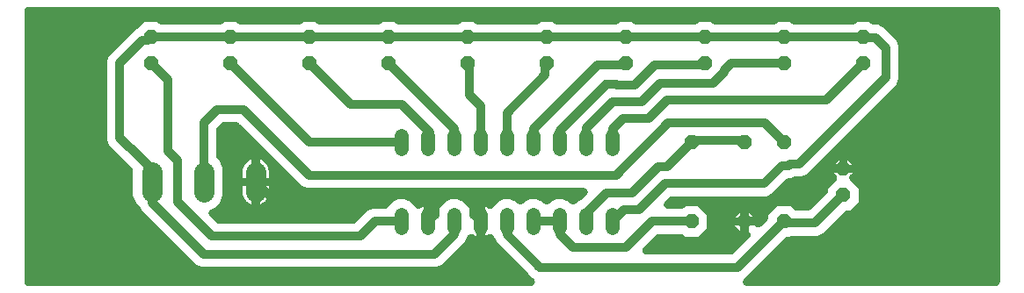
<source format=gbr>
G04 EAGLE Gerber X2 export*
%TF.Part,Single*%
%TF.FileFunction,Copper,L2,Bot,Mixed*%
%TF.FilePolarity,Positive*%
%TF.GenerationSoftware,Autodesk,EAGLE,9.0.0*%
%TF.CreationDate,2019-10-07T20:04:45Z*%
G75*
%MOMM*%
%FSLAX34Y34*%
%LPD*%
%AMOC8*
5,1,8,0,0,1.08239X$1,22.5*%
G01*
%ADD10P,1.429621X8X112.500000*%
%ADD11C,1.320800*%
%ADD12P,1.429621X8X292.500000*%
%ADD13C,1.981200*%
%ADD14C,0.812800*%

G36*
X497879Y10165D02*
X497879Y10165D01*
X497936Y10162D01*
X498162Y10185D01*
X498389Y10201D01*
X498446Y10213D01*
X498503Y10218D01*
X498724Y10272D01*
X498946Y10320D01*
X499001Y10340D01*
X499057Y10353D01*
X499268Y10437D01*
X499481Y10516D01*
X499533Y10543D01*
X499586Y10564D01*
X499783Y10677D01*
X499984Y10784D01*
X500031Y10818D01*
X500081Y10847D01*
X500261Y10987D01*
X500444Y11121D01*
X500485Y11161D01*
X500531Y11197D01*
X500689Y11360D01*
X500852Y11518D01*
X500888Y11564D01*
X500928Y11606D01*
X501062Y11789D01*
X501201Y11969D01*
X501229Y12019D01*
X501264Y12066D01*
X501371Y12267D01*
X501483Y12464D01*
X501504Y12518D01*
X501532Y12569D01*
X501609Y12782D01*
X501693Y12993D01*
X501707Y13050D01*
X501727Y13104D01*
X501774Y13326D01*
X501827Y13547D01*
X501833Y13605D01*
X501845Y13662D01*
X501860Y13888D01*
X501883Y14114D01*
X501880Y14172D01*
X501884Y14230D01*
X501868Y14456D01*
X501858Y14684D01*
X501847Y14740D01*
X501843Y14798D01*
X501795Y15021D01*
X501754Y15244D01*
X501736Y15299D01*
X501723Y15355D01*
X501645Y15568D01*
X501573Y15784D01*
X501547Y15836D01*
X501527Y15890D01*
X501419Y16090D01*
X501318Y16293D01*
X501285Y16341D01*
X501257Y16392D01*
X501123Y16575D01*
X500994Y16762D01*
X500954Y16805D01*
X500920Y16852D01*
X500762Y17014D01*
X500607Y17181D01*
X500563Y17218D01*
X500522Y17259D01*
X500342Y17398D01*
X500166Y17542D01*
X500117Y17572D01*
X500071Y17607D01*
X500025Y17632D01*
X495892Y21765D01*
X464713Y52943D01*
X463252Y56471D01*
X463200Y56577D01*
X463156Y56686D01*
X463073Y56831D01*
X462998Y56981D01*
X462931Y57078D01*
X462872Y57180D01*
X462800Y57269D01*
X462675Y57450D01*
X462580Y57553D01*
X462450Y57868D01*
X462372Y58022D01*
X462304Y58181D01*
X462245Y58277D01*
X462195Y58378D01*
X462097Y58520D01*
X462007Y58667D01*
X461936Y58754D01*
X461872Y58847D01*
X461755Y58974D01*
X461645Y59107D01*
X461562Y59183D01*
X461486Y59266D01*
X461353Y59375D01*
X461225Y59493D01*
X461132Y59556D01*
X461046Y59627D01*
X460898Y59717D01*
X460756Y59815D01*
X460655Y59865D01*
X460559Y59924D01*
X460400Y59992D01*
X460245Y60069D01*
X460139Y60104D01*
X460035Y60149D01*
X459869Y60194D01*
X459705Y60249D01*
X459594Y60269D01*
X459486Y60298D01*
X459314Y60320D01*
X459144Y60351D01*
X459032Y60356D01*
X458920Y60370D01*
X458748Y60367D01*
X458575Y60374D01*
X458463Y60363D01*
X458351Y60361D01*
X458180Y60335D01*
X458008Y60317D01*
X457898Y60291D01*
X457788Y60273D01*
X457622Y60223D01*
X457455Y60182D01*
X457350Y60140D01*
X457243Y60107D01*
X457086Y60034D01*
X456926Y59970D01*
X456828Y59914D01*
X456726Y59867D01*
X456581Y59772D01*
X456431Y59687D01*
X456365Y59632D01*
X456248Y59556D01*
X455832Y59194D01*
X455822Y59186D01*
X455607Y58971D01*
X454443Y58125D01*
X453713Y57753D01*
X453713Y72550D01*
X453713Y87347D01*
X454443Y86975D01*
X455607Y86129D01*
X455822Y85914D01*
X455953Y85801D01*
X456077Y85681D01*
X456168Y85614D01*
X456253Y85541D01*
X456397Y85447D01*
X456537Y85345D01*
X456636Y85292D01*
X456731Y85231D01*
X456888Y85158D01*
X457040Y85077D01*
X457145Y85038D01*
X457248Y84991D01*
X457413Y84941D01*
X457575Y84882D01*
X457685Y84858D01*
X457793Y84826D01*
X457964Y84799D01*
X458133Y84763D01*
X458245Y84755D01*
X458356Y84738D01*
X458529Y84736D01*
X458701Y84724D01*
X458813Y84732D01*
X458926Y84731D01*
X459097Y84752D01*
X459269Y84765D01*
X459379Y84788D01*
X459491Y84803D01*
X459658Y84848D01*
X459826Y84885D01*
X459932Y84923D01*
X460040Y84953D01*
X460199Y85021D01*
X460361Y85081D01*
X460460Y85134D01*
X460564Y85179D01*
X460711Y85269D01*
X460863Y85351D01*
X460954Y85417D01*
X461050Y85476D01*
X461183Y85585D01*
X461323Y85688D01*
X461403Y85766D01*
X461490Y85837D01*
X461607Y85965D01*
X461730Y86086D01*
X461799Y86174D01*
X461875Y86257D01*
X461973Y86400D01*
X462079Y86537D01*
X462119Y86612D01*
X462198Y86727D01*
X462444Y87221D01*
X462450Y87232D01*
X462560Y87499D01*
X466705Y91644D01*
X472119Y93887D01*
X477981Y93887D01*
X483395Y91644D01*
X484877Y90162D01*
X485051Y90011D01*
X485220Y89856D01*
X485265Y89825D01*
X485307Y89789D01*
X485500Y89664D01*
X485690Y89533D01*
X485739Y89509D01*
X485785Y89479D01*
X485994Y89382D01*
X486200Y89279D01*
X486252Y89262D01*
X486302Y89239D01*
X486523Y89172D01*
X486741Y89100D01*
X486795Y89090D01*
X486847Y89074D01*
X487075Y89039D01*
X487301Y88997D01*
X487356Y88995D01*
X487410Y88986D01*
X487640Y88983D01*
X487871Y88974D01*
X487925Y88980D01*
X487980Y88979D01*
X488208Y89008D01*
X488438Y89031D01*
X488491Y89044D01*
X488545Y89051D01*
X488768Y89112D01*
X488991Y89166D01*
X489042Y89187D01*
X489095Y89201D01*
X489306Y89293D01*
X489520Y89378D01*
X489568Y89405D01*
X489618Y89427D01*
X489815Y89547D01*
X490014Y89662D01*
X490048Y89690D01*
X490104Y89724D01*
X490545Y90086D01*
X490589Y90134D01*
X490623Y90162D01*
X492105Y91644D01*
X497519Y93887D01*
X503381Y93887D01*
X508795Y91644D01*
X510277Y90162D01*
X510451Y90011D01*
X510620Y89856D01*
X510665Y89825D01*
X510707Y89789D01*
X510900Y89664D01*
X511090Y89533D01*
X511139Y89509D01*
X511185Y89479D01*
X511394Y89382D01*
X511600Y89279D01*
X511652Y89262D01*
X511702Y89239D01*
X511923Y89172D01*
X512141Y89100D01*
X512195Y89090D01*
X512247Y89074D01*
X512475Y89039D01*
X512701Y88997D01*
X512756Y88995D01*
X512810Y88986D01*
X513040Y88983D01*
X513271Y88974D01*
X513325Y88980D01*
X513380Y88979D01*
X513608Y89008D01*
X513838Y89031D01*
X513891Y89044D01*
X513945Y89051D01*
X514168Y89112D01*
X514391Y89166D01*
X514442Y89187D01*
X514495Y89201D01*
X514706Y89293D01*
X514920Y89378D01*
X514968Y89405D01*
X515018Y89427D01*
X515215Y89547D01*
X515414Y89662D01*
X515448Y89690D01*
X515504Y89724D01*
X515945Y90086D01*
X515989Y90134D01*
X516023Y90162D01*
X517505Y91644D01*
X522919Y93887D01*
X528781Y93887D01*
X534195Y91644D01*
X535677Y90162D01*
X535851Y90011D01*
X536020Y89856D01*
X536066Y89825D01*
X536107Y89789D01*
X536300Y89664D01*
X536490Y89533D01*
X536539Y89509D01*
X536585Y89479D01*
X536794Y89382D01*
X537000Y89279D01*
X537052Y89262D01*
X537102Y89239D01*
X537322Y89172D01*
X537541Y89100D01*
X537595Y89090D01*
X537647Y89074D01*
X537875Y89039D01*
X538101Y88997D01*
X538156Y88995D01*
X538210Y88986D01*
X538440Y88983D01*
X538671Y88974D01*
X538725Y88980D01*
X538780Y88979D01*
X539008Y89008D01*
X539237Y89031D01*
X539291Y89044D01*
X539345Y89051D01*
X539568Y89112D01*
X539791Y89166D01*
X539842Y89187D01*
X539895Y89201D01*
X540106Y89292D01*
X540320Y89378D01*
X540368Y89405D01*
X540418Y89427D01*
X540614Y89547D01*
X540814Y89662D01*
X540848Y89690D01*
X540904Y89724D01*
X541345Y90086D01*
X541389Y90134D01*
X541423Y90162D01*
X542905Y91644D01*
X546273Y93039D01*
X546378Y93092D01*
X546488Y93135D01*
X546633Y93219D01*
X546783Y93293D01*
X546880Y93360D01*
X546982Y93419D01*
X547070Y93492D01*
X547252Y93617D01*
X547501Y93846D01*
X547591Y93920D01*
X551542Y97871D01*
X551618Y97958D01*
X551700Y98038D01*
X551804Y98173D01*
X551916Y98301D01*
X551979Y98398D01*
X552049Y98489D01*
X552133Y98637D01*
X552226Y98779D01*
X552274Y98884D01*
X552331Y98984D01*
X552394Y99142D01*
X552466Y99296D01*
X552499Y99406D01*
X552541Y99513D01*
X552582Y99679D01*
X552631Y99841D01*
X552648Y99955D01*
X552676Y100067D01*
X552692Y100237D01*
X552718Y100404D01*
X552720Y100519D01*
X552731Y100634D01*
X552723Y100804D01*
X552726Y100974D01*
X552711Y101088D01*
X552706Y101204D01*
X552675Y101371D01*
X552654Y101539D01*
X552623Y101651D01*
X552602Y101764D01*
X552548Y101925D01*
X552503Y102089D01*
X552458Y102195D01*
X552421Y102304D01*
X552345Y102456D01*
X552277Y102612D01*
X552217Y102710D01*
X552166Y102813D01*
X552069Y102953D01*
X551981Y103098D01*
X551907Y103187D01*
X551842Y103282D01*
X551726Y103407D01*
X551619Y103539D01*
X551534Y103616D01*
X551456Y103701D01*
X551324Y103809D01*
X551199Y103924D01*
X551104Y103989D01*
X551015Y104062D01*
X550869Y104150D01*
X550729Y104246D01*
X550626Y104298D01*
X550527Y104357D01*
X550371Y104424D01*
X550219Y104500D01*
X550110Y104536D01*
X550004Y104582D01*
X549840Y104626D01*
X549678Y104680D01*
X549565Y104701D01*
X549454Y104731D01*
X549339Y104742D01*
X549118Y104782D01*
X548786Y104796D01*
X548669Y104807D01*
X282125Y104807D01*
X277643Y106664D01*
X273642Y110665D01*
X217190Y167117D01*
X217144Y167157D01*
X217103Y167201D01*
X216929Y167343D01*
X216760Y167491D01*
X216709Y167524D01*
X216662Y167562D01*
X216470Y167679D01*
X216281Y167801D01*
X216227Y167826D01*
X216175Y167857D01*
X215969Y167946D01*
X215764Y168041D01*
X215707Y168058D01*
X215651Y168082D01*
X215434Y168140D01*
X215219Y168206D01*
X215159Y168215D01*
X215101Y168231D01*
X214984Y168242D01*
X214656Y168293D01*
X214431Y168296D01*
X214317Y168307D01*
X202383Y168307D01*
X202323Y168303D01*
X202263Y168305D01*
X202039Y168283D01*
X201815Y168267D01*
X201756Y168255D01*
X201696Y168249D01*
X201478Y168195D01*
X201258Y168148D01*
X201201Y168128D01*
X201143Y168113D01*
X200934Y168030D01*
X200723Y167952D01*
X200670Y167924D01*
X200614Y167902D01*
X200419Y167790D01*
X200220Y167684D01*
X200172Y167648D01*
X200119Y167618D01*
X200028Y167543D01*
X199761Y167347D01*
X199599Y167190D01*
X199510Y167117D01*
X196333Y163940D01*
X196293Y163894D01*
X196249Y163853D01*
X196107Y163679D01*
X195959Y163510D01*
X195926Y163459D01*
X195888Y163412D01*
X195771Y163220D01*
X195649Y163031D01*
X195624Y162977D01*
X195593Y162925D01*
X195504Y162719D01*
X195409Y162514D01*
X195392Y162457D01*
X195368Y162401D01*
X195310Y162184D01*
X195244Y161969D01*
X195235Y161909D01*
X195219Y161851D01*
X195208Y161734D01*
X195157Y161406D01*
X195154Y161181D01*
X195143Y161067D01*
X195143Y135551D01*
X195147Y135491D01*
X195145Y135431D01*
X195167Y135207D01*
X195183Y134983D01*
X195195Y134924D01*
X195201Y134864D01*
X195255Y134645D01*
X195302Y134426D01*
X195322Y134369D01*
X195337Y134310D01*
X195420Y134102D01*
X195498Y133891D01*
X195526Y133837D01*
X195548Y133781D01*
X195660Y133586D01*
X195766Y133388D01*
X195802Y133339D01*
X195832Y133287D01*
X195907Y133196D01*
X196103Y132928D01*
X196260Y132767D01*
X196333Y132678D01*
X198239Y130772D01*
X200985Y124143D01*
X200985Y97157D01*
X198239Y90528D01*
X193166Y85455D01*
X190138Y84201D01*
X189983Y84124D01*
X189825Y84055D01*
X189729Y83996D01*
X189628Y83946D01*
X189486Y83848D01*
X189338Y83758D01*
X189252Y83687D01*
X189159Y83623D01*
X189031Y83506D01*
X188898Y83396D01*
X188822Y83313D01*
X188739Y83237D01*
X188630Y83104D01*
X188513Y82976D01*
X188449Y82884D01*
X188378Y82797D01*
X188288Y82649D01*
X188190Y82507D01*
X188140Y82406D01*
X188082Y82310D01*
X188014Y82151D01*
X187937Y81997D01*
X187901Y81890D01*
X187857Y81787D01*
X187811Y81620D01*
X187757Y81456D01*
X187737Y81345D01*
X187707Y81237D01*
X187685Y81066D01*
X187654Y80895D01*
X187650Y80783D01*
X187636Y80671D01*
X187638Y80499D01*
X187631Y80326D01*
X187643Y80214D01*
X187644Y80102D01*
X187671Y79931D01*
X187688Y79759D01*
X187715Y79650D01*
X187732Y79539D01*
X187782Y79374D01*
X187824Y79206D01*
X187866Y79101D01*
X187898Y78994D01*
X187971Y78837D01*
X188035Y78677D01*
X188091Y78579D01*
X188139Y78477D01*
X188233Y78332D01*
X188319Y78183D01*
X188373Y78117D01*
X188449Y77999D01*
X188811Y77584D01*
X188820Y77574D01*
X194748Y71645D01*
X194793Y71606D01*
X194834Y71561D01*
X195008Y71419D01*
X195178Y71272D01*
X195229Y71239D01*
X195275Y71201D01*
X195468Y71084D01*
X195656Y70962D01*
X195711Y70936D01*
X195763Y70905D01*
X195969Y70817D01*
X196173Y70722D01*
X196231Y70704D01*
X196286Y70681D01*
X196503Y70622D01*
X196718Y70557D01*
X196778Y70548D01*
X196836Y70532D01*
X196953Y70520D01*
X197281Y70469D01*
X197506Y70466D01*
X197621Y70455D01*
X327029Y70455D01*
X327089Y70459D01*
X327150Y70457D01*
X327373Y70479D01*
X327597Y70495D01*
X327657Y70508D01*
X327717Y70514D01*
X327935Y70567D01*
X328155Y70614D01*
X328211Y70635D01*
X328270Y70649D01*
X328479Y70733D01*
X328690Y70810D01*
X328743Y70839D01*
X328799Y70861D01*
X328994Y70973D01*
X329192Y71079D01*
X329241Y71114D01*
X329293Y71145D01*
X329384Y71219D01*
X329652Y71415D01*
X329813Y71572D01*
X329902Y71645D01*
X341143Y82886D01*
X345625Y84743D01*
X357103Y84743D01*
X357106Y84743D01*
X357109Y84743D01*
X357390Y84763D01*
X357672Y84783D01*
X357675Y84783D01*
X357677Y84783D01*
X357953Y84843D01*
X358229Y84902D01*
X358232Y84903D01*
X358234Y84903D01*
X358493Y84998D01*
X358764Y85098D01*
X358767Y85099D01*
X358769Y85100D01*
X359010Y85229D01*
X359266Y85366D01*
X359269Y85368D01*
X359271Y85369D01*
X359499Y85536D01*
X359726Y85703D01*
X359728Y85705D01*
X359731Y85706D01*
X359928Y85899D01*
X360135Y86100D01*
X360136Y86102D01*
X360138Y86104D01*
X360307Y86323D01*
X360483Y86551D01*
X360485Y86553D01*
X360486Y86555D01*
X360493Y86567D01*
X360766Y87046D01*
X360817Y87176D01*
X360857Y87251D01*
X360960Y87499D01*
X365105Y91644D01*
X370519Y93887D01*
X376381Y93887D01*
X381795Y91644D01*
X385940Y87499D01*
X386050Y87232D01*
X386128Y87078D01*
X386196Y86919D01*
X386255Y86823D01*
X386305Y86722D01*
X386403Y86580D01*
X386493Y86433D01*
X386564Y86346D01*
X386628Y86253D01*
X386745Y86126D01*
X386855Y85993D01*
X386938Y85917D01*
X387014Y85834D01*
X387147Y85725D01*
X387275Y85607D01*
X387368Y85544D01*
X387454Y85473D01*
X387602Y85383D01*
X387744Y85285D01*
X387845Y85235D01*
X387941Y85176D01*
X388100Y85108D01*
X388255Y85031D01*
X388361Y84996D01*
X388465Y84951D01*
X388631Y84906D01*
X388795Y84851D01*
X388906Y84831D01*
X389014Y84802D01*
X389186Y84780D01*
X389356Y84749D01*
X389468Y84744D01*
X389580Y84730D01*
X389752Y84733D01*
X389925Y84726D01*
X390037Y84737D01*
X390149Y84739D01*
X390320Y84765D01*
X390492Y84783D01*
X390602Y84809D01*
X390712Y84827D01*
X390878Y84877D01*
X391045Y84918D01*
X391150Y84960D01*
X391257Y84993D01*
X391414Y85066D01*
X391574Y85130D01*
X391672Y85186D01*
X391774Y85233D01*
X391919Y85328D01*
X392069Y85413D01*
X392135Y85468D01*
X392252Y85544D01*
X392668Y85906D01*
X392678Y85914D01*
X392893Y86129D01*
X394057Y86975D01*
X394787Y87347D01*
X394787Y72550D01*
X394803Y72321D01*
X394813Y72091D01*
X394823Y72037D01*
X394827Y71982D01*
X394875Y71757D01*
X394917Y71531D01*
X394934Y71478D01*
X394946Y71425D01*
X395025Y71209D01*
X395098Y70990D01*
X395123Y70941D01*
X395141Y70890D01*
X395250Y70687D01*
X395353Y70481D01*
X395384Y70436D01*
X395410Y70387D01*
X395546Y70202D01*
X395677Y70012D01*
X395714Y69972D01*
X395747Y69927D01*
X395907Y69763D01*
X396063Y69593D01*
X396106Y69558D01*
X396144Y69519D01*
X396326Y69378D01*
X396504Y69232D01*
X396551Y69204D01*
X396595Y69170D01*
X396795Y69056D01*
X396991Y68937D01*
X397042Y68915D01*
X397090Y68888D01*
X397304Y68803D01*
X397515Y68713D01*
X397568Y68698D01*
X397619Y68678D01*
X397844Y68624D01*
X398065Y68564D01*
X398109Y68559D01*
X398173Y68544D01*
X398740Y68489D01*
X398806Y68491D01*
X398850Y68487D01*
X399080Y68503D01*
X399310Y68513D01*
X399364Y68523D01*
X399419Y68527D01*
X399644Y68575D01*
X399870Y68617D01*
X399922Y68635D01*
X399976Y68646D01*
X400192Y68725D01*
X400410Y68798D01*
X400459Y68823D01*
X400511Y68842D01*
X400714Y68951D01*
X400920Y69054D01*
X400965Y69085D01*
X401013Y69111D01*
X401199Y69246D01*
X401388Y69377D01*
X401429Y69415D01*
X401473Y69447D01*
X401638Y69607D01*
X401807Y69764D01*
X401842Y69806D01*
X401881Y69845D01*
X402022Y70026D01*
X402168Y70205D01*
X402197Y70252D01*
X402230Y70295D01*
X402344Y70495D01*
X402463Y70692D01*
X402485Y70742D01*
X402512Y70790D01*
X402598Y71005D01*
X402688Y71216D01*
X402702Y71268D01*
X402723Y71320D01*
X402777Y71544D01*
X402837Y71766D01*
X402841Y71810D01*
X402857Y71874D01*
X402912Y72441D01*
X402909Y72506D01*
X402913Y72550D01*
X402913Y87347D01*
X403643Y86975D01*
X404807Y86129D01*
X405022Y85914D01*
X405153Y85801D01*
X405277Y85681D01*
X405368Y85614D01*
X405453Y85541D01*
X405597Y85447D01*
X405737Y85345D01*
X405836Y85292D01*
X405931Y85231D01*
X406088Y85158D01*
X406240Y85077D01*
X406345Y85038D01*
X406448Y84991D01*
X406613Y84941D01*
X406775Y84882D01*
X406885Y84858D01*
X406993Y84826D01*
X407164Y84799D01*
X407333Y84763D01*
X407445Y84755D01*
X407556Y84738D01*
X407729Y84736D01*
X407901Y84724D01*
X408013Y84732D01*
X408126Y84731D01*
X408297Y84752D01*
X408469Y84765D01*
X408579Y84788D01*
X408691Y84803D01*
X408858Y84848D01*
X409026Y84885D01*
X409132Y84923D01*
X409240Y84953D01*
X409399Y85021D01*
X409561Y85081D01*
X409660Y85134D01*
X409764Y85179D01*
X409911Y85269D01*
X410063Y85351D01*
X410154Y85417D01*
X410250Y85476D01*
X410383Y85585D01*
X410523Y85688D01*
X410603Y85766D01*
X410690Y85837D01*
X410807Y85965D01*
X410930Y86086D01*
X410999Y86174D01*
X411075Y86257D01*
X411173Y86400D01*
X411279Y86537D01*
X411319Y86612D01*
X411398Y86727D01*
X411644Y87221D01*
X411650Y87232D01*
X411760Y87499D01*
X415905Y91644D01*
X421319Y93887D01*
X427181Y93887D01*
X432595Y91644D01*
X436740Y87499D01*
X436850Y87232D01*
X436928Y87078D01*
X436996Y86919D01*
X437055Y86823D01*
X437105Y86722D01*
X437203Y86580D01*
X437293Y86433D01*
X437364Y86346D01*
X437428Y86253D01*
X437545Y86126D01*
X437655Y85993D01*
X437738Y85917D01*
X437814Y85834D01*
X437947Y85725D01*
X438075Y85607D01*
X438168Y85544D01*
X438254Y85473D01*
X438402Y85383D01*
X438544Y85285D01*
X438645Y85235D01*
X438741Y85176D01*
X438900Y85108D01*
X439055Y85031D01*
X439161Y84996D01*
X439265Y84951D01*
X439431Y84906D01*
X439595Y84851D01*
X439706Y84831D01*
X439814Y84802D01*
X439986Y84780D01*
X440156Y84749D01*
X440268Y84744D01*
X440380Y84730D01*
X440552Y84733D01*
X440725Y84726D01*
X440837Y84737D01*
X440949Y84739D01*
X441120Y84765D01*
X441292Y84783D01*
X441402Y84809D01*
X441512Y84827D01*
X441678Y84877D01*
X441845Y84918D01*
X441950Y84960D01*
X442057Y84993D01*
X442214Y85066D01*
X442374Y85130D01*
X442472Y85186D01*
X442574Y85233D01*
X442719Y85328D01*
X442869Y85413D01*
X442935Y85468D01*
X443052Y85544D01*
X443468Y85906D01*
X443478Y85914D01*
X443693Y86129D01*
X444857Y86975D01*
X445587Y87347D01*
X445587Y72550D01*
X445587Y57753D01*
X444857Y58125D01*
X443693Y58971D01*
X443478Y59186D01*
X443347Y59299D01*
X443223Y59419D01*
X443132Y59486D01*
X443047Y59559D01*
X442903Y59653D01*
X442763Y59755D01*
X442664Y59808D01*
X442569Y59869D01*
X442412Y59942D01*
X442260Y60023D01*
X442155Y60062D01*
X442052Y60109D01*
X441887Y60159D01*
X441725Y60218D01*
X441615Y60242D01*
X441507Y60274D01*
X441336Y60301D01*
X441167Y60337D01*
X441055Y60345D01*
X440944Y60362D01*
X440771Y60364D01*
X440599Y60376D01*
X440487Y60368D01*
X440374Y60369D01*
X440203Y60348D01*
X440031Y60335D01*
X439921Y60312D01*
X439809Y60297D01*
X439642Y60252D01*
X439474Y60215D01*
X439368Y60177D01*
X439260Y60147D01*
X439101Y60079D01*
X438939Y60019D01*
X438840Y59966D01*
X438736Y59921D01*
X438589Y59831D01*
X438437Y59749D01*
X438346Y59683D01*
X438250Y59624D01*
X438117Y59515D01*
X437977Y59412D01*
X437897Y59334D01*
X437810Y59263D01*
X437693Y59135D01*
X437570Y59014D01*
X437501Y58926D01*
X437425Y58843D01*
X437327Y58700D01*
X437221Y58563D01*
X437181Y58488D01*
X437102Y58373D01*
X436856Y57879D01*
X436850Y57868D01*
X436724Y57563D01*
X436665Y57485D01*
X436555Y57359D01*
X436491Y57260D01*
X436419Y57167D01*
X436365Y57066D01*
X436245Y56881D01*
X436156Y56689D01*
X436115Y56617D01*
X436084Y56539D01*
X436048Y56471D01*
X434586Y52943D01*
X430585Y48942D01*
X412107Y30464D01*
X407625Y28607D01*
X180525Y28607D01*
X176043Y30464D01*
X122575Y83931D01*
X121722Y85991D01*
X121669Y86097D01*
X121626Y86206D01*
X121543Y86351D01*
X121468Y86501D01*
X121401Y86599D01*
X121342Y86701D01*
X121270Y86789D01*
X121145Y86970D01*
X120915Y87220D01*
X120841Y87310D01*
X117623Y90528D01*
X114877Y97157D01*
X114877Y121697D01*
X114873Y121757D01*
X114875Y121817D01*
X114853Y122041D01*
X114837Y122265D01*
X114825Y122324D01*
X114819Y122384D01*
X114765Y122602D01*
X114718Y122822D01*
X114698Y122879D01*
X114683Y122937D01*
X114600Y123146D01*
X114522Y123357D01*
X114494Y123411D01*
X114472Y123467D01*
X114360Y123661D01*
X114254Y123860D01*
X114218Y123908D01*
X114188Y123961D01*
X114113Y124052D01*
X113917Y124320D01*
X113760Y124481D01*
X113687Y124570D01*
X106415Y131842D01*
X91651Y146606D01*
X89795Y151087D01*
X89795Y227375D01*
X91651Y231857D01*
X117306Y257512D01*
X118557Y258030D01*
X118662Y258082D01*
X118772Y258126D01*
X118917Y258210D01*
X119067Y258284D01*
X119164Y258351D01*
X119266Y258410D01*
X119355Y258482D01*
X119536Y258607D01*
X119785Y258837D01*
X119875Y258911D01*
X126048Y265083D01*
X138252Y265083D01*
X139602Y263733D01*
X139648Y263693D01*
X139689Y263649D01*
X139863Y263507D01*
X140033Y263359D01*
X140083Y263326D01*
X140130Y263288D01*
X140322Y263171D01*
X140511Y263049D01*
X140566Y263024D01*
X140617Y262993D01*
X140823Y262904D01*
X141028Y262809D01*
X141085Y262792D01*
X141141Y262768D01*
X141358Y262710D01*
X141573Y262644D01*
X141633Y262635D01*
X141691Y262619D01*
X141808Y262608D01*
X142136Y262557D01*
X142361Y262554D01*
X142476Y262543D01*
X198024Y262543D01*
X198085Y262547D01*
X198145Y262545D01*
X198368Y262567D01*
X198593Y262583D01*
X198652Y262595D01*
X198712Y262601D01*
X198930Y262655D01*
X199150Y262702D01*
X199207Y262722D01*
X199265Y262737D01*
X199474Y262820D01*
X199685Y262898D01*
X199738Y262926D01*
X199794Y262948D01*
X199989Y263060D01*
X200188Y263166D01*
X200236Y263202D01*
X200289Y263232D01*
X200380Y263307D01*
X200647Y263503D01*
X200809Y263660D01*
X200898Y263733D01*
X202248Y265083D01*
X214453Y265083D01*
X215802Y263733D01*
X215848Y263693D01*
X215889Y263649D01*
X216063Y263506D01*
X216233Y263359D01*
X216283Y263326D01*
X216330Y263288D01*
X216522Y263172D01*
X216711Y263049D01*
X216766Y263024D01*
X216817Y262993D01*
X217023Y262904D01*
X217228Y262809D01*
X217285Y262792D01*
X217341Y262768D01*
X217558Y262710D01*
X217773Y262644D01*
X217833Y262635D01*
X217891Y262619D01*
X218008Y262608D01*
X218336Y262557D01*
X218561Y262554D01*
X218676Y262543D01*
X274224Y262543D01*
X274285Y262547D01*
X274345Y262545D01*
X274568Y262567D01*
X274793Y262583D01*
X274852Y262595D01*
X274912Y262601D01*
X275130Y262655D01*
X275350Y262702D01*
X275407Y262722D01*
X275465Y262737D01*
X275674Y262820D01*
X275885Y262898D01*
X275938Y262926D01*
X275994Y262948D01*
X276189Y263060D01*
X276388Y263166D01*
X276436Y263202D01*
X276489Y263232D01*
X276580Y263307D01*
X276847Y263503D01*
X277009Y263660D01*
X277098Y263733D01*
X278448Y265083D01*
X290652Y265083D01*
X292002Y263733D01*
X292048Y263693D01*
X292089Y263649D01*
X292263Y263507D01*
X292433Y263359D01*
X292483Y263326D01*
X292530Y263288D01*
X292722Y263171D01*
X292911Y263049D01*
X292966Y263024D01*
X293017Y262993D01*
X293223Y262904D01*
X293428Y262809D01*
X293485Y262792D01*
X293541Y262768D01*
X293758Y262710D01*
X293973Y262644D01*
X294033Y262635D01*
X294091Y262619D01*
X294208Y262608D01*
X294536Y262557D01*
X294761Y262554D01*
X294876Y262543D01*
X350424Y262543D01*
X350485Y262547D01*
X350545Y262545D01*
X350768Y262567D01*
X350993Y262583D01*
X351052Y262595D01*
X351112Y262601D01*
X351330Y262655D01*
X351550Y262702D01*
X351607Y262722D01*
X351665Y262737D01*
X351874Y262820D01*
X352085Y262898D01*
X352138Y262926D01*
X352194Y262948D01*
X352389Y263060D01*
X352588Y263166D01*
X352636Y263202D01*
X352689Y263232D01*
X352780Y263307D01*
X353047Y263503D01*
X353209Y263660D01*
X353298Y263733D01*
X354648Y265083D01*
X366852Y265083D01*
X368202Y263733D01*
X368248Y263693D01*
X368289Y263649D01*
X368463Y263507D01*
X368633Y263359D01*
X368683Y263326D01*
X368730Y263288D01*
X368922Y263171D01*
X369111Y263049D01*
X369166Y263024D01*
X369217Y262993D01*
X369423Y262904D01*
X369628Y262809D01*
X369685Y262792D01*
X369741Y262768D01*
X369958Y262710D01*
X370173Y262644D01*
X370233Y262635D01*
X370291Y262619D01*
X370408Y262608D01*
X370736Y262557D01*
X370961Y262554D01*
X371076Y262543D01*
X426624Y262543D01*
X426685Y262547D01*
X426745Y262545D01*
X426968Y262567D01*
X427193Y262583D01*
X427252Y262595D01*
X427312Y262601D01*
X427530Y262655D01*
X427750Y262702D01*
X427807Y262722D01*
X427865Y262737D01*
X428074Y262820D01*
X428285Y262898D01*
X428338Y262926D01*
X428394Y262948D01*
X428589Y263060D01*
X428788Y263166D01*
X428836Y263202D01*
X428889Y263232D01*
X428980Y263307D01*
X429247Y263503D01*
X429409Y263660D01*
X429498Y263733D01*
X430848Y265083D01*
X443052Y265083D01*
X444402Y263733D01*
X444448Y263693D01*
X444489Y263649D01*
X444663Y263507D01*
X444833Y263359D01*
X444883Y263326D01*
X444930Y263288D01*
X445122Y263171D01*
X445311Y263049D01*
X445366Y263024D01*
X445417Y262993D01*
X445623Y262904D01*
X445828Y262809D01*
X445885Y262792D01*
X445941Y262768D01*
X446158Y262710D01*
X446373Y262644D01*
X446433Y262635D01*
X446491Y262619D01*
X446608Y262608D01*
X446936Y262557D01*
X447161Y262554D01*
X447276Y262543D01*
X502824Y262543D01*
X502885Y262547D01*
X502945Y262545D01*
X503168Y262567D01*
X503393Y262583D01*
X503452Y262595D01*
X503512Y262601D01*
X503730Y262655D01*
X503950Y262702D01*
X504007Y262722D01*
X504065Y262737D01*
X504274Y262820D01*
X504485Y262898D01*
X504538Y262926D01*
X504594Y262948D01*
X504789Y263060D01*
X504988Y263166D01*
X505036Y263202D01*
X505089Y263232D01*
X505180Y263307D01*
X505447Y263503D01*
X505609Y263660D01*
X505698Y263733D01*
X507048Y265083D01*
X519252Y265083D01*
X520602Y263733D01*
X520648Y263693D01*
X520689Y263649D01*
X520863Y263507D01*
X521033Y263359D01*
X521083Y263326D01*
X521130Y263288D01*
X521322Y263171D01*
X521511Y263049D01*
X521566Y263024D01*
X521617Y262993D01*
X521823Y262904D01*
X522028Y262809D01*
X522085Y262792D01*
X522141Y262768D01*
X522358Y262710D01*
X522573Y262644D01*
X522633Y262635D01*
X522691Y262619D01*
X522808Y262608D01*
X523136Y262557D01*
X523361Y262554D01*
X523476Y262543D01*
X579024Y262543D01*
X579085Y262547D01*
X579145Y262545D01*
X579368Y262567D01*
X579593Y262583D01*
X579652Y262595D01*
X579712Y262601D01*
X579930Y262655D01*
X580150Y262702D01*
X580207Y262722D01*
X580265Y262737D01*
X580474Y262820D01*
X580685Y262898D01*
X580738Y262926D01*
X580794Y262948D01*
X580989Y263060D01*
X581188Y263166D01*
X581236Y263202D01*
X581289Y263232D01*
X581380Y263307D01*
X581647Y263503D01*
X581809Y263660D01*
X581898Y263733D01*
X583248Y265083D01*
X595452Y265083D01*
X596802Y263733D01*
X596848Y263693D01*
X596889Y263649D01*
X597063Y263507D01*
X597233Y263359D01*
X597283Y263326D01*
X597330Y263288D01*
X597522Y263171D01*
X597711Y263049D01*
X597766Y263024D01*
X597817Y262993D01*
X598023Y262904D01*
X598228Y262809D01*
X598285Y262792D01*
X598341Y262768D01*
X598558Y262710D01*
X598773Y262644D01*
X598833Y262635D01*
X598891Y262619D01*
X599008Y262608D01*
X599336Y262557D01*
X599561Y262554D01*
X599676Y262543D01*
X655224Y262543D01*
X655285Y262547D01*
X655345Y262545D01*
X655568Y262567D01*
X655793Y262583D01*
X655852Y262595D01*
X655912Y262601D01*
X656130Y262655D01*
X656350Y262702D01*
X656407Y262722D01*
X656465Y262737D01*
X656674Y262820D01*
X656885Y262898D01*
X656938Y262926D01*
X656994Y262948D01*
X657189Y263060D01*
X657388Y263166D01*
X657436Y263202D01*
X657489Y263232D01*
X657580Y263307D01*
X657847Y263503D01*
X658009Y263660D01*
X658098Y263733D01*
X659448Y265083D01*
X671652Y265083D01*
X673002Y263733D01*
X673048Y263693D01*
X673089Y263649D01*
X673263Y263507D01*
X673433Y263359D01*
X673483Y263326D01*
X673530Y263288D01*
X673722Y263171D01*
X673911Y263049D01*
X673966Y263024D01*
X674017Y262993D01*
X674223Y262904D01*
X674428Y262809D01*
X674485Y262792D01*
X674541Y262768D01*
X674758Y262710D01*
X674973Y262644D01*
X675033Y262635D01*
X675091Y262619D01*
X675208Y262608D01*
X675536Y262557D01*
X675761Y262554D01*
X675876Y262543D01*
X731424Y262543D01*
X731485Y262547D01*
X731545Y262545D01*
X731768Y262567D01*
X731993Y262583D01*
X732052Y262595D01*
X732112Y262601D01*
X732330Y262655D01*
X732550Y262702D01*
X732607Y262722D01*
X732665Y262737D01*
X732874Y262820D01*
X733085Y262898D01*
X733138Y262926D01*
X733194Y262948D01*
X733389Y263060D01*
X733588Y263166D01*
X733636Y263202D01*
X733689Y263232D01*
X733780Y263307D01*
X734047Y263503D01*
X734209Y263660D01*
X734298Y263733D01*
X735648Y265083D01*
X747852Y265083D01*
X749202Y263733D01*
X749248Y263693D01*
X749289Y263649D01*
X749463Y263507D01*
X749633Y263359D01*
X749683Y263326D01*
X749730Y263288D01*
X749922Y263171D01*
X750111Y263049D01*
X750166Y263024D01*
X750217Y262993D01*
X750423Y262904D01*
X750628Y262809D01*
X750685Y262792D01*
X750741Y262768D01*
X750958Y262710D01*
X751173Y262644D01*
X751233Y262635D01*
X751291Y262619D01*
X751408Y262608D01*
X751736Y262557D01*
X751961Y262554D01*
X752076Y262543D01*
X807624Y262543D01*
X807685Y262547D01*
X807745Y262545D01*
X807969Y262567D01*
X808193Y262583D01*
X808252Y262595D01*
X808312Y262601D01*
X808531Y262655D01*
X808750Y262702D01*
X808807Y262722D01*
X808865Y262737D01*
X809074Y262820D01*
X809285Y262898D01*
X809339Y262926D01*
X809394Y262949D01*
X809589Y263060D01*
X809788Y263166D01*
X809836Y263202D01*
X809889Y263232D01*
X809980Y263307D01*
X810247Y263503D01*
X810409Y263660D01*
X810498Y263733D01*
X811847Y265083D01*
X824053Y265083D01*
X825752Y263383D01*
X825798Y263343D01*
X825839Y263299D01*
X826013Y263156D01*
X826183Y263009D01*
X826233Y262976D01*
X826280Y262938D01*
X826472Y262822D01*
X826661Y262699D01*
X826716Y262674D01*
X826767Y262643D01*
X826973Y262554D01*
X827178Y262459D01*
X827235Y262442D01*
X827291Y262418D01*
X827508Y262360D01*
X827723Y262294D01*
X827783Y262285D01*
X827841Y262269D01*
X827958Y262258D01*
X828286Y262207D01*
X828511Y262204D01*
X828626Y262193D01*
X832425Y262193D01*
X836907Y260336D01*
X850336Y246907D01*
X852193Y242425D01*
X852193Y209650D01*
X850336Y205168D01*
X766946Y121777D01*
X766945Y121777D01*
X762944Y117776D01*
X758463Y115920D01*
X753579Y115920D01*
X753461Y115911D01*
X753343Y115913D01*
X753177Y115892D01*
X753010Y115880D01*
X752895Y115855D01*
X752778Y115840D01*
X752668Y115807D01*
X752453Y115761D01*
X752135Y115644D01*
X752024Y115610D01*
X748938Y114332D01*
X746896Y114332D01*
X746836Y114328D01*
X746775Y114330D01*
X746552Y114308D01*
X746328Y114292D01*
X746268Y114280D01*
X746208Y114274D01*
X745990Y114220D01*
X745770Y114173D01*
X745714Y114153D01*
X745655Y114138D01*
X745446Y114055D01*
X745235Y113977D01*
X745182Y113949D01*
X745126Y113927D01*
X744931Y113815D01*
X744733Y113709D01*
X744684Y113673D01*
X744632Y113643D01*
X744541Y113568D01*
X744273Y113372D01*
X744112Y113215D01*
X744023Y113142D01*
X729607Y98726D01*
X725125Y96870D01*
X634183Y96870D01*
X634123Y96866D01*
X634063Y96868D01*
X633840Y96846D01*
X633615Y96830D01*
X633556Y96817D01*
X633496Y96811D01*
X633278Y96758D01*
X633058Y96711D01*
X633001Y96690D01*
X632943Y96676D01*
X632734Y96592D01*
X632523Y96515D01*
X632469Y96486D01*
X632414Y96464D01*
X632219Y96352D01*
X632020Y96246D01*
X631972Y96211D01*
X631919Y96180D01*
X631828Y96106D01*
X631561Y95910D01*
X631399Y95753D01*
X631310Y95680D01*
X627310Y91679D01*
X627234Y91592D01*
X627152Y91512D01*
X627048Y91377D01*
X626936Y91249D01*
X626873Y91152D01*
X626803Y91061D01*
X626719Y90914D01*
X626626Y90771D01*
X626578Y90666D01*
X626521Y90566D01*
X626458Y90408D01*
X626386Y90254D01*
X626353Y90144D01*
X626310Y90037D01*
X626270Y89871D01*
X626221Y89709D01*
X626204Y89595D01*
X626176Y89483D01*
X626160Y89313D01*
X626134Y89146D01*
X626132Y89031D01*
X626121Y88916D01*
X626128Y88746D01*
X626126Y88576D01*
X626141Y88462D01*
X626146Y88346D01*
X626177Y88179D01*
X626198Y88011D01*
X626229Y87899D01*
X626250Y87786D01*
X626304Y87625D01*
X626349Y87461D01*
X626394Y87355D01*
X626431Y87246D01*
X626507Y87094D01*
X626575Y86938D01*
X626634Y86840D01*
X626686Y86737D01*
X626783Y86597D01*
X626871Y86452D01*
X626945Y86363D01*
X627010Y86268D01*
X627125Y86143D01*
X627233Y86011D01*
X627318Y85934D01*
X627396Y85849D01*
X627528Y85741D01*
X627653Y85626D01*
X627748Y85561D01*
X627837Y85488D01*
X627983Y85400D01*
X628123Y85304D01*
X628226Y85252D01*
X628325Y85193D01*
X628481Y85126D01*
X628633Y85050D01*
X628742Y85014D01*
X628848Y84968D01*
X629012Y84924D01*
X629174Y84870D01*
X629287Y84849D01*
X629398Y84819D01*
X629513Y84808D01*
X629734Y84768D01*
X630066Y84754D01*
X630183Y84743D01*
X642524Y84743D01*
X642585Y84747D01*
X642645Y84745D01*
X642868Y84767D01*
X643093Y84783D01*
X643152Y84795D01*
X643212Y84801D01*
X643430Y84855D01*
X643650Y84902D01*
X643707Y84922D01*
X643765Y84937D01*
X643974Y85020D01*
X644185Y85098D01*
X644238Y85126D01*
X644294Y85148D01*
X644489Y85260D01*
X644688Y85366D01*
X644736Y85402D01*
X644789Y85432D01*
X644880Y85507D01*
X645147Y85703D01*
X645309Y85860D01*
X645398Y85933D01*
X646748Y87283D01*
X658952Y87283D01*
X667583Y78652D01*
X667583Y66448D01*
X658952Y57817D01*
X646748Y57817D01*
X645398Y59167D01*
X645352Y59207D01*
X645311Y59251D01*
X645137Y59393D01*
X644967Y59541D01*
X644917Y59574D01*
X644870Y59612D01*
X644678Y59729D01*
X644489Y59851D01*
X644434Y59876D01*
X644383Y59907D01*
X644177Y59996D01*
X643972Y60091D01*
X643915Y60108D01*
X643859Y60132D01*
X643642Y60190D01*
X643427Y60256D01*
X643367Y60265D01*
X643309Y60281D01*
X643192Y60292D01*
X642864Y60343D01*
X642639Y60346D01*
X642524Y60357D01*
X621483Y60357D01*
X621423Y60353D01*
X621363Y60355D01*
X621140Y60333D01*
X620915Y60317D01*
X620856Y60305D01*
X620796Y60299D01*
X620578Y60245D01*
X620358Y60198D01*
X620301Y60178D01*
X620243Y60163D01*
X620034Y60080D01*
X619823Y60002D01*
X619770Y59974D01*
X619714Y59952D01*
X619519Y59840D01*
X619320Y59734D01*
X619272Y59698D01*
X619219Y59668D01*
X619128Y59593D01*
X618861Y59397D01*
X618699Y59240D01*
X618610Y59167D01*
X606672Y47229D01*
X606597Y47142D01*
X606514Y47062D01*
X606410Y46927D01*
X606299Y46799D01*
X606236Y46702D01*
X606165Y46611D01*
X606081Y46463D01*
X605989Y46321D01*
X605940Y46216D01*
X605883Y46116D01*
X605820Y45958D01*
X605749Y45804D01*
X605716Y45694D01*
X605673Y45587D01*
X605633Y45421D01*
X605584Y45259D01*
X605566Y45145D01*
X605539Y45033D01*
X605522Y44863D01*
X605496Y44696D01*
X605495Y44581D01*
X605484Y44466D01*
X605491Y44296D01*
X605489Y44126D01*
X605503Y44012D01*
X605508Y43896D01*
X605539Y43729D01*
X605561Y43561D01*
X605591Y43449D01*
X605612Y43336D01*
X605666Y43175D01*
X605711Y43011D01*
X605757Y42905D01*
X605794Y42796D01*
X605870Y42644D01*
X605937Y42488D01*
X605997Y42390D01*
X606049Y42287D01*
X606145Y42147D01*
X606234Y42002D01*
X606307Y41913D01*
X606373Y41818D01*
X606488Y41693D01*
X606596Y41561D01*
X606681Y41484D01*
X606759Y41399D01*
X606890Y41291D01*
X607016Y41176D01*
X607111Y41111D01*
X607200Y41038D01*
X607345Y40950D01*
X607485Y40854D01*
X607589Y40802D01*
X607687Y40743D01*
X607843Y40676D01*
X607995Y40600D01*
X608105Y40564D01*
X608211Y40518D01*
X608375Y40474D01*
X608536Y40420D01*
X608650Y40399D01*
X608761Y40369D01*
X608875Y40358D01*
X609097Y40318D01*
X609428Y40304D01*
X609545Y40293D01*
X690567Y40293D01*
X690627Y40297D01*
X690687Y40295D01*
X690910Y40317D01*
X691135Y40333D01*
X691194Y40345D01*
X691254Y40351D01*
X691472Y40405D01*
X691692Y40452D01*
X691749Y40472D01*
X691807Y40487D01*
X692016Y40570D01*
X692227Y40648D01*
X692280Y40676D01*
X692336Y40698D01*
X692531Y40810D01*
X692730Y40916D01*
X692778Y40952D01*
X692831Y40982D01*
X692922Y41057D01*
X693189Y41253D01*
X693351Y41410D01*
X693440Y41483D01*
X708426Y56469D01*
X708501Y56556D01*
X708584Y56636D01*
X708688Y56771D01*
X708799Y56899D01*
X708862Y56996D01*
X708933Y57087D01*
X709017Y57235D01*
X709109Y57377D01*
X709158Y57482D01*
X709215Y57582D01*
X709278Y57740D01*
X709349Y57894D01*
X709382Y58004D01*
X709425Y58111D01*
X709465Y58277D01*
X709514Y58439D01*
X709532Y58553D01*
X709559Y58665D01*
X709576Y58835D01*
X709602Y59002D01*
X709603Y59117D01*
X709614Y59232D01*
X709607Y59402D01*
X709609Y59572D01*
X709595Y59686D01*
X709590Y59802D01*
X709559Y59969D01*
X709537Y60137D01*
X709507Y60249D01*
X709486Y60362D01*
X709432Y60523D01*
X709387Y60687D01*
X709341Y60793D01*
X709304Y60902D01*
X709228Y61054D01*
X709161Y61210D01*
X709101Y61308D01*
X709049Y61411D01*
X708953Y61551D01*
X708864Y61696D01*
X708791Y61785D01*
X708725Y61880D01*
X708610Y62005D01*
X708502Y62137D01*
X708417Y62214D01*
X708339Y62299D01*
X708208Y62407D01*
X708082Y62522D01*
X707987Y62587D01*
X707898Y62660D01*
X707753Y62748D01*
X707713Y62775D01*
X707713Y68487D01*
X713417Y68487D01*
X713418Y68484D01*
X713486Y68391D01*
X713546Y68293D01*
X713654Y68162D01*
X713755Y68024D01*
X713835Y67942D01*
X713908Y67853D01*
X714033Y67738D01*
X714152Y67616D01*
X714243Y67546D01*
X714328Y67468D01*
X714468Y67371D01*
X714603Y67267D01*
X714703Y67210D01*
X714798Y67145D01*
X714950Y67070D01*
X715098Y66985D01*
X715205Y66943D01*
X715308Y66891D01*
X715469Y66838D01*
X715627Y66775D01*
X715740Y66748D01*
X715849Y66712D01*
X716016Y66681D01*
X716181Y66641D01*
X716296Y66630D01*
X716409Y66609D01*
X716579Y66602D01*
X716748Y66586D01*
X716863Y66591D01*
X716979Y66586D01*
X717148Y66603D01*
X717318Y66610D01*
X717431Y66631D01*
X717545Y66643D01*
X717711Y66683D01*
X717878Y66714D01*
X717987Y66751D01*
X718099Y66778D01*
X718257Y66841D01*
X718418Y66896D01*
X718521Y66947D01*
X718628Y66990D01*
X718775Y67075D01*
X718927Y67151D01*
X719022Y67216D01*
X719122Y67273D01*
X719211Y67347D01*
X719396Y67475D01*
X719640Y67699D01*
X719731Y67774D01*
X725827Y73870D01*
X725867Y73916D01*
X725911Y73957D01*
X726053Y74131D01*
X726201Y74300D01*
X726234Y74351D01*
X726272Y74398D01*
X726389Y74590D01*
X726511Y74779D01*
X726536Y74833D01*
X726567Y74885D01*
X726656Y75091D01*
X726751Y75295D01*
X726768Y75353D01*
X726792Y75409D01*
X726850Y75625D01*
X726916Y75841D01*
X726925Y75901D01*
X726941Y75959D01*
X726952Y76076D01*
X727003Y76404D01*
X727006Y76629D01*
X727017Y76743D01*
X727017Y78652D01*
X735648Y87283D01*
X747852Y87283D01*
X750790Y84345D01*
X750835Y84306D01*
X750876Y84261D01*
X751050Y84119D01*
X751220Y83972D01*
X751271Y83939D01*
X751317Y83901D01*
X751510Y83784D01*
X751698Y83662D01*
X751753Y83636D01*
X751805Y83605D01*
X752011Y83517D01*
X752215Y83422D01*
X752273Y83404D01*
X752328Y83381D01*
X752545Y83322D01*
X752760Y83257D01*
X752820Y83248D01*
X752878Y83232D01*
X752995Y83220D01*
X753323Y83169D01*
X753548Y83166D01*
X753663Y83155D01*
X765179Y83155D01*
X765239Y83159D01*
X765300Y83157D01*
X765523Y83179D01*
X765747Y83195D01*
X765807Y83208D01*
X765867Y83214D01*
X766085Y83267D01*
X766305Y83314D01*
X766361Y83335D01*
X766420Y83349D01*
X766629Y83433D01*
X766840Y83510D01*
X766893Y83539D01*
X766949Y83561D01*
X767144Y83673D01*
X767342Y83779D01*
X767391Y83814D01*
X767443Y83845D01*
X767534Y83919D01*
X767802Y84115D01*
X767963Y84272D01*
X768052Y84345D01*
X782977Y99270D01*
X783017Y99316D01*
X783061Y99357D01*
X783203Y99531D01*
X783351Y99700D01*
X783384Y99751D01*
X783422Y99798D01*
X783539Y99990D01*
X783661Y100179D01*
X783686Y100233D01*
X783717Y100285D01*
X783806Y100491D01*
X783901Y100696D01*
X783918Y100753D01*
X783942Y100809D01*
X784000Y101026D01*
X784066Y101241D01*
X784075Y101301D01*
X784091Y101359D01*
X784102Y101476D01*
X784153Y101804D01*
X784156Y102029D01*
X784167Y102143D01*
X784167Y104052D01*
X791843Y111728D01*
X791994Y111902D01*
X792149Y112072D01*
X792181Y112117D01*
X792217Y112158D01*
X792342Y112352D01*
X792472Y112541D01*
X792496Y112590D01*
X792526Y112636D01*
X792623Y112846D01*
X792726Y113051D01*
X792743Y113103D01*
X792766Y113153D01*
X792833Y113374D01*
X792906Y113592D01*
X792916Y113646D01*
X792932Y113699D01*
X792967Y113926D01*
X793008Y114153D01*
X793010Y114208D01*
X793019Y114262D01*
X793022Y114491D01*
X793031Y114722D01*
X793026Y114777D01*
X793027Y114831D01*
X792997Y115060D01*
X792974Y115289D01*
X792961Y115342D01*
X792954Y115397D01*
X792894Y115619D01*
X792839Y115842D01*
X792819Y115893D01*
X792804Y115946D01*
X792713Y116157D01*
X792627Y116371D01*
X792600Y116419D01*
X792578Y116469D01*
X792458Y116666D01*
X792344Y116865D01*
X792316Y116900D01*
X792281Y116956D01*
X791919Y117396D01*
X791871Y117440D01*
X791843Y117474D01*
X790031Y119287D01*
X798900Y119287D01*
X807769Y119287D01*
X805957Y117474D01*
X805806Y117300D01*
X805651Y117131D01*
X805619Y117086D01*
X805583Y117044D01*
X805458Y116851D01*
X805328Y116661D01*
X805303Y116612D01*
X805274Y116566D01*
X805177Y116357D01*
X805074Y116151D01*
X805057Y116099D01*
X805034Y116049D01*
X804967Y115829D01*
X804894Y115611D01*
X804884Y115557D01*
X804868Y115504D01*
X804833Y115277D01*
X804792Y115050D01*
X804790Y114995D01*
X804781Y114941D01*
X804778Y114711D01*
X804769Y114481D01*
X804774Y114426D01*
X804773Y114371D01*
X804803Y114143D01*
X804826Y113914D01*
X804839Y113861D01*
X804846Y113806D01*
X804906Y113583D01*
X804961Y113360D01*
X804981Y113309D01*
X804996Y113256D01*
X805087Y113045D01*
X805173Y112831D01*
X805200Y112784D01*
X805222Y112733D01*
X805342Y112537D01*
X805456Y112337D01*
X805484Y112303D01*
X805519Y112247D01*
X805881Y111807D01*
X805929Y111763D01*
X805957Y111728D01*
X813633Y104052D01*
X813633Y91848D01*
X805002Y83217D01*
X803093Y83217D01*
X803033Y83213D01*
X802973Y83215D01*
X802749Y83193D01*
X802525Y83177D01*
X802466Y83165D01*
X802406Y83159D01*
X802188Y83105D01*
X801968Y83058D01*
X801911Y83038D01*
X801853Y83023D01*
X801644Y82940D01*
X801433Y82862D01*
X801380Y82834D01*
X801324Y82812D01*
X801129Y82700D01*
X800930Y82594D01*
X800882Y82558D01*
X800829Y82528D01*
X800738Y82453D01*
X800471Y82257D01*
X800309Y82100D01*
X800220Y82027D01*
X778819Y60626D01*
X774338Y58770D01*
X750488Y58770D01*
X750428Y58766D01*
X750367Y58768D01*
X750144Y58746D01*
X749920Y58730D01*
X749860Y58717D01*
X749801Y58711D01*
X749582Y58658D01*
X749362Y58611D01*
X749306Y58590D01*
X749247Y58576D01*
X749038Y58492D01*
X748827Y58415D01*
X748774Y58386D01*
X748718Y58364D01*
X748523Y58252D01*
X748325Y58146D01*
X748276Y58111D01*
X748224Y58080D01*
X748133Y58006D01*
X747875Y57817D01*
X745943Y57817D01*
X745883Y57813D01*
X745823Y57815D01*
X745599Y57793D01*
X745375Y57777D01*
X745316Y57765D01*
X745256Y57759D01*
X745038Y57705D01*
X744818Y57658D01*
X744761Y57638D01*
X744703Y57623D01*
X744494Y57540D01*
X744283Y57462D01*
X744229Y57434D01*
X744173Y57412D01*
X743979Y57300D01*
X743780Y57194D01*
X743732Y57158D01*
X743679Y57128D01*
X743588Y57053D01*
X743320Y56857D01*
X743159Y56700D01*
X743070Y56627D01*
X708208Y21765D01*
X704081Y17638D01*
X703933Y17530D01*
X703746Y17401D01*
X703703Y17361D01*
X703656Y17327D01*
X703494Y17169D01*
X703326Y17015D01*
X703289Y16970D01*
X703248Y16930D01*
X703109Y16750D01*
X702965Y16574D01*
X702935Y16525D01*
X702899Y16479D01*
X702787Y16281D01*
X702669Y16088D01*
X702646Y16035D01*
X702617Y15984D01*
X702533Y15772D01*
X702443Y15564D01*
X702428Y15509D01*
X702407Y15455D01*
X702353Y15233D01*
X702294Y15015D01*
X702286Y14957D01*
X702273Y14901D01*
X702251Y14674D01*
X702222Y14449D01*
X702223Y14391D01*
X702217Y14334D01*
X702227Y14106D01*
X702231Y13880D01*
X702240Y13822D01*
X702242Y13764D01*
X702284Y13541D01*
X702319Y13317D01*
X702335Y13261D01*
X702346Y13204D01*
X702418Y12989D01*
X702484Y12771D01*
X702509Y12719D01*
X702527Y12664D01*
X702629Y12461D01*
X702725Y12255D01*
X702757Y12206D01*
X702782Y12155D01*
X702912Y11967D01*
X703035Y11777D01*
X703073Y11734D01*
X703106Y11686D01*
X703261Y11518D01*
X703410Y11347D01*
X703453Y11309D01*
X703493Y11267D01*
X703668Y11123D01*
X703840Y10974D01*
X703889Y10943D01*
X703934Y10906D01*
X704128Y10788D01*
X704319Y10665D01*
X704371Y10641D01*
X704421Y10611D01*
X704630Y10521D01*
X704836Y10426D01*
X704891Y10409D01*
X704945Y10386D01*
X705164Y10327D01*
X705381Y10261D01*
X705439Y10252D01*
X705495Y10237D01*
X705610Y10226D01*
X705945Y10175D01*
X706165Y10172D01*
X706279Y10161D01*
X945776Y10161D01*
X946005Y10177D01*
X946236Y10187D01*
X946290Y10197D01*
X946344Y10201D01*
X946570Y10249D01*
X946796Y10291D01*
X946848Y10308D01*
X946902Y10320D01*
X947118Y10399D01*
X947336Y10472D01*
X947385Y10497D01*
X947437Y10516D01*
X947640Y10624D01*
X947845Y10727D01*
X947891Y10758D01*
X947939Y10784D01*
X948125Y10920D01*
X948314Y11051D01*
X948355Y11088D01*
X948399Y11121D01*
X948564Y11281D01*
X948733Y11437D01*
X948768Y11480D01*
X948807Y11518D01*
X948948Y11700D01*
X949094Y11878D01*
X949122Y11926D01*
X949156Y11969D01*
X949270Y12169D01*
X949389Y12366D01*
X949411Y12416D01*
X949438Y12464D01*
X949523Y12678D01*
X949614Y12889D01*
X949628Y12942D01*
X949648Y12993D01*
X949703Y13218D01*
X949763Y13439D01*
X949767Y13483D01*
X949783Y13547D01*
X949838Y14114D01*
X949835Y14180D01*
X949839Y14224D01*
X949839Y275776D01*
X949823Y276005D01*
X949813Y276236D01*
X949803Y276290D01*
X949799Y276344D01*
X949751Y276570D01*
X949709Y276796D01*
X949692Y276848D01*
X949680Y276902D01*
X949601Y277118D01*
X949528Y277336D01*
X949503Y277385D01*
X949484Y277437D01*
X949376Y277640D01*
X949273Y277845D01*
X949242Y277891D01*
X949216Y277939D01*
X949080Y278125D01*
X948949Y278314D01*
X948912Y278355D01*
X948879Y278399D01*
X948719Y278564D01*
X948563Y278733D01*
X948520Y278768D01*
X948482Y278807D01*
X948300Y278948D01*
X948122Y279094D01*
X948074Y279122D01*
X948031Y279156D01*
X947831Y279270D01*
X947634Y279389D01*
X947584Y279411D01*
X947536Y279438D01*
X947322Y279523D01*
X947111Y279614D01*
X947058Y279628D01*
X947007Y279648D01*
X946782Y279703D01*
X946561Y279763D01*
X946517Y279767D01*
X946453Y279783D01*
X945886Y279838D01*
X945820Y279835D01*
X945776Y279839D01*
X14224Y279839D01*
X13995Y279823D01*
X13764Y279813D01*
X13710Y279803D01*
X13656Y279799D01*
X13430Y279751D01*
X13204Y279709D01*
X13152Y279692D01*
X13098Y279680D01*
X12882Y279601D01*
X12664Y279528D01*
X12615Y279503D01*
X12563Y279484D01*
X12360Y279376D01*
X12155Y279273D01*
X12109Y279242D01*
X12061Y279216D01*
X11875Y279080D01*
X11686Y278949D01*
X11645Y278912D01*
X11601Y278879D01*
X11436Y278719D01*
X11267Y278563D01*
X11232Y278520D01*
X11193Y278482D01*
X11052Y278300D01*
X10906Y278122D01*
X10878Y278074D01*
X10844Y278031D01*
X10730Y277831D01*
X10611Y277634D01*
X10589Y277584D01*
X10562Y277536D01*
X10477Y277322D01*
X10386Y277111D01*
X10372Y277058D01*
X10352Y277007D01*
X10297Y276782D01*
X10237Y276561D01*
X10233Y276517D01*
X10217Y276453D01*
X10162Y275886D01*
X10165Y275820D01*
X10161Y275776D01*
X10161Y14224D01*
X10177Y13995D01*
X10187Y13764D01*
X10197Y13710D01*
X10201Y13656D01*
X10249Y13430D01*
X10291Y13204D01*
X10308Y13152D01*
X10320Y13098D01*
X10399Y12882D01*
X10472Y12664D01*
X10497Y12615D01*
X10516Y12563D01*
X10624Y12360D01*
X10727Y12155D01*
X10758Y12109D01*
X10784Y12061D01*
X10920Y11875D01*
X11051Y11686D01*
X11088Y11645D01*
X11121Y11601D01*
X11281Y11436D01*
X11437Y11267D01*
X11480Y11232D01*
X11518Y11193D01*
X11700Y11052D01*
X11878Y10906D01*
X11926Y10878D01*
X11969Y10844D01*
X12169Y10730D01*
X12366Y10611D01*
X12416Y10589D01*
X12464Y10562D01*
X12678Y10477D01*
X12889Y10386D01*
X12942Y10372D01*
X12993Y10352D01*
X13218Y10297D01*
X13439Y10237D01*
X13483Y10233D01*
X13547Y10217D01*
X14114Y10162D01*
X14180Y10165D01*
X14224Y10161D01*
X497821Y10161D01*
X497879Y10165D01*
G37*
%LPC*%
G36*
X237051Y114713D02*
X237051Y114713D01*
X237051Y132345D01*
X238505Y131743D01*
X239918Y130927D01*
X241212Y129934D01*
X242366Y128780D01*
X243359Y127486D01*
X244175Y126073D01*
X244800Y124565D01*
X245222Y122990D01*
X245435Y121372D01*
X245435Y114713D01*
X237051Y114713D01*
G37*
%LPD*%
%LPC*%
G36*
X237051Y106587D02*
X237051Y106587D01*
X245435Y106587D01*
X245435Y99928D01*
X245222Y98310D01*
X244800Y96735D01*
X244175Y95227D01*
X243359Y93814D01*
X242366Y92520D01*
X241212Y91366D01*
X239918Y90373D01*
X238505Y89557D01*
X237051Y88955D01*
X237051Y106587D01*
G37*
%LPD*%
%LPC*%
G36*
X220541Y114713D02*
X220541Y114713D01*
X220541Y121372D01*
X220754Y122990D01*
X221176Y124565D01*
X221801Y126073D01*
X222617Y127486D01*
X223610Y128780D01*
X224764Y129934D01*
X226058Y130927D01*
X227471Y131743D01*
X228925Y132345D01*
X228925Y114713D01*
X220541Y114713D01*
G37*
%LPD*%
%LPC*%
G36*
X227471Y89557D02*
X227471Y89557D01*
X226058Y90373D01*
X224764Y91366D01*
X223610Y92520D01*
X222617Y93814D01*
X221801Y95227D01*
X221176Y96735D01*
X220754Y98310D01*
X220541Y99928D01*
X220541Y106587D01*
X228925Y106587D01*
X228925Y88955D01*
X227471Y89557D01*
G37*
%LPD*%
%LPC*%
G36*
X802963Y127413D02*
X802963Y127413D01*
X802963Y132219D01*
X807769Y127413D01*
X802963Y127413D01*
G37*
%LPD*%
%LPC*%
G36*
X707713Y76613D02*
X707713Y76613D01*
X707713Y81419D01*
X712519Y76613D01*
X707713Y76613D01*
G37*
%LPD*%
%LPC*%
G36*
X790031Y127413D02*
X790031Y127413D01*
X794837Y132219D01*
X794837Y127413D01*
X790031Y127413D01*
G37*
%LPD*%
%LPC*%
G36*
X694781Y76613D02*
X694781Y76613D01*
X699587Y81419D01*
X699587Y76613D01*
X694781Y76613D01*
G37*
%LPD*%
%LPC*%
G36*
X694781Y68487D02*
X694781Y68487D01*
X699587Y68487D01*
X699587Y63681D01*
X694781Y68487D01*
G37*
%LPD*%
D10*
X798900Y97950D03*
X798900Y123350D03*
D11*
X373450Y79154D02*
X373450Y65946D01*
X398850Y65946D02*
X398850Y79154D01*
X525850Y79154D02*
X525850Y65946D01*
X551250Y65946D02*
X551250Y79154D01*
X424250Y79154D02*
X424250Y65946D01*
X449650Y65946D02*
X449650Y79154D01*
X500450Y79154D02*
X500450Y65946D01*
X475050Y65946D02*
X475050Y79154D01*
X576650Y79154D02*
X576650Y65946D01*
X576650Y142146D02*
X576650Y155354D01*
X551250Y155354D02*
X551250Y142146D01*
X525850Y142146D02*
X525850Y155354D01*
X500450Y155354D02*
X500450Y142146D01*
X475050Y142146D02*
X475050Y155354D01*
X449650Y155354D02*
X449650Y142146D01*
X424250Y142146D02*
X424250Y155354D01*
X398850Y155354D02*
X398850Y142146D01*
X373450Y142146D02*
X373450Y155354D01*
D12*
X132150Y250350D03*
X132150Y224950D03*
X817950Y250350D03*
X817950Y224950D03*
X208350Y250350D03*
X208350Y224950D03*
X284550Y250350D03*
X284550Y224950D03*
X360750Y250350D03*
X360750Y224950D03*
X436950Y250350D03*
X436950Y224950D03*
X513150Y250350D03*
X513150Y224950D03*
X589350Y250350D03*
X589350Y224950D03*
X665550Y250350D03*
X665550Y224950D03*
X741750Y250350D03*
X741750Y224950D03*
D10*
X652850Y72550D03*
X652850Y148750D03*
D12*
X703650Y148750D03*
X703650Y72550D03*
X741750Y148750D03*
X741750Y72550D03*
D13*
X132912Y100744D02*
X132912Y120556D01*
X182950Y120556D02*
X182950Y100744D01*
X232988Y100744D02*
X232988Y120556D01*
D14*
X576650Y148750D02*
X576650Y161450D01*
X586810Y171610D01*
X611444Y171610D01*
X629478Y189644D02*
X782644Y189644D01*
X817950Y224950D01*
X629478Y189644D02*
X611444Y171610D01*
X690950Y224950D02*
X741750Y224950D01*
X690950Y224950D02*
X684346Y218346D01*
X684346Y217164D01*
X673082Y205900D01*
X622745Y205900D02*
X604711Y187866D01*
X576843Y187866D01*
X622745Y205900D02*
X673082Y205900D01*
X576843Y187866D02*
X551250Y162273D01*
X551250Y148750D01*
X525850Y148750D02*
X525850Y159863D01*
X663963Y223363D02*
X665550Y224950D01*
X570300Y205075D02*
X570300Y204313D01*
X570300Y205075D02*
X579770Y205075D01*
X580723Y204122D01*
X597977Y204122D01*
X617218Y223363D02*
X663963Y223363D01*
X617218Y223363D02*
X597977Y204122D01*
X570300Y204313D02*
X525850Y159863D01*
X500450Y161450D02*
X500450Y148750D01*
X500450Y161450D02*
X562363Y223363D01*
X587763Y223363D01*
X589350Y224950D01*
X475050Y177325D02*
X475050Y148750D01*
X475050Y177325D02*
X511563Y213838D01*
X511563Y224950D01*
X513150Y224950D01*
X449650Y183675D02*
X449650Y148750D01*
X449650Y183675D02*
X438538Y194788D01*
X438538Y224950D01*
X436950Y224950D01*
X424250Y161450D02*
X424250Y148750D01*
X424250Y161450D02*
X360750Y224950D01*
X324238Y185263D02*
X284550Y224950D01*
X324238Y185263D02*
X373450Y185263D01*
X400438Y158275D01*
X400438Y148750D01*
X398850Y148750D01*
X284550Y148750D02*
X208350Y224950D01*
X284550Y148750D02*
X373450Y148750D01*
X148025Y209075D02*
X132150Y224950D01*
X148025Y209075D02*
X148025Y140813D01*
X157550Y131288D01*
X157550Y91600D01*
X190888Y58263D01*
X333763Y58263D01*
X348050Y72550D01*
X373450Y72550D01*
X132150Y250350D02*
X128975Y247175D01*
X124213Y247175D01*
X101988Y224950D01*
X112750Y142750D02*
X132150Y123350D01*
X112750Y142750D02*
X111513Y143988D01*
X132150Y123350D02*
X132150Y110650D01*
X132912Y110650D01*
X576650Y72550D02*
X587763Y83663D01*
X602050Y83663D01*
X627450Y109063D01*
X722700Y109063D01*
X740163Y126525D01*
X746513Y126525D01*
X748100Y128113D01*
X756038Y128113D01*
X817950Y250350D02*
X819538Y251938D01*
X132912Y110650D02*
X132912Y90838D01*
X424250Y72550D02*
X424250Y59850D01*
X182950Y40800D02*
X132912Y90838D01*
X182950Y40800D02*
X405200Y40800D01*
X424250Y59850D01*
X741750Y250350D02*
X817950Y250350D01*
X741750Y250350D02*
X665550Y250350D01*
X208350Y250350D02*
X132150Y250350D01*
X208350Y250350D02*
X284550Y250350D01*
X360750Y250350D01*
X436950Y250350D01*
X513150Y250350D01*
X589350Y250350D01*
X665550Y250350D01*
X817950Y250350D02*
X818300Y250000D01*
X830000Y250000D01*
X840000Y240000D01*
X840000Y212075D01*
X756038Y128113D01*
X101988Y153513D02*
X101988Y224950D01*
X101988Y153513D02*
X111513Y143988D01*
X500450Y72550D02*
X525850Y72550D01*
X614750Y72550D02*
X652850Y72550D01*
X538550Y47150D02*
X525850Y59850D01*
X525850Y72550D01*
X589350Y47150D02*
X614750Y72550D01*
X589350Y47150D02*
X538550Y47150D01*
X702063Y150338D02*
X703650Y148750D01*
X702063Y150338D02*
X656025Y150338D01*
X652850Y148750D01*
X629419Y125319D01*
X620717Y125319D01*
X595317Y99919D01*
X570833Y99919D01*
X551250Y80336D02*
X551250Y72550D01*
X551250Y80336D02*
X570833Y99919D01*
X740163Y72550D02*
X741750Y72550D01*
X771913Y70963D02*
X798900Y97950D01*
X771913Y70963D02*
X744925Y70963D01*
X741750Y72550D01*
X475050Y72550D02*
X475050Y59850D01*
X506800Y28100D01*
X697300Y28100D02*
X741750Y72550D01*
X697300Y28100D02*
X506800Y28100D01*
X398850Y72550D02*
X398850Y91150D01*
X248638Y95000D02*
X232988Y110650D01*
X362714Y95000D02*
X365664Y97950D01*
X362714Y95000D02*
X248638Y95000D01*
X392050Y97950D02*
X398850Y91150D01*
X392050Y97950D02*
X365664Y97950D01*
X432036Y97950D02*
X443046Y86940D01*
X432036Y97950D02*
X416464Y97950D01*
X405454Y86940D01*
X443046Y79154D02*
X449650Y72550D01*
X443046Y79154D02*
X443046Y86940D01*
X405454Y86940D02*
X405454Y79154D01*
X398850Y72550D01*
X783350Y123350D02*
X798900Y123350D01*
X751346Y91346D02*
X733964Y91346D01*
X715168Y72550D02*
X703650Y72550D01*
X715168Y72550D02*
X733964Y91346D01*
X751346Y91346D02*
X783350Y123350D01*
X182950Y110650D02*
X182950Y167800D01*
X195650Y180500D01*
X221050Y180500D01*
X284550Y117000D01*
X654092Y167546D02*
X654778Y167889D01*
X655806Y167546D01*
X654092Y167546D02*
X630370Y167546D01*
X655806Y167546D02*
X722954Y167546D01*
X630370Y167546D02*
X579824Y117000D01*
X722954Y167546D02*
X741750Y148750D01*
X579824Y117000D02*
X284550Y117000D01*
M02*

</source>
